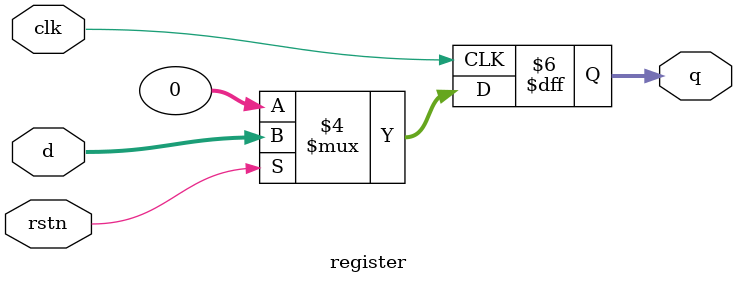
<source format=sv>
module register 
#(parameter DW = 32)
(
    input  logic            clk,
    input  logic            rstn,
    input  logic [DW-1:0]   d,
    output logic [DW-1:0]   q
);

always @ (posedge clk) begin
    if(~rstn) q <= 0;
    else      q <= d;
end

endmodule

</source>
